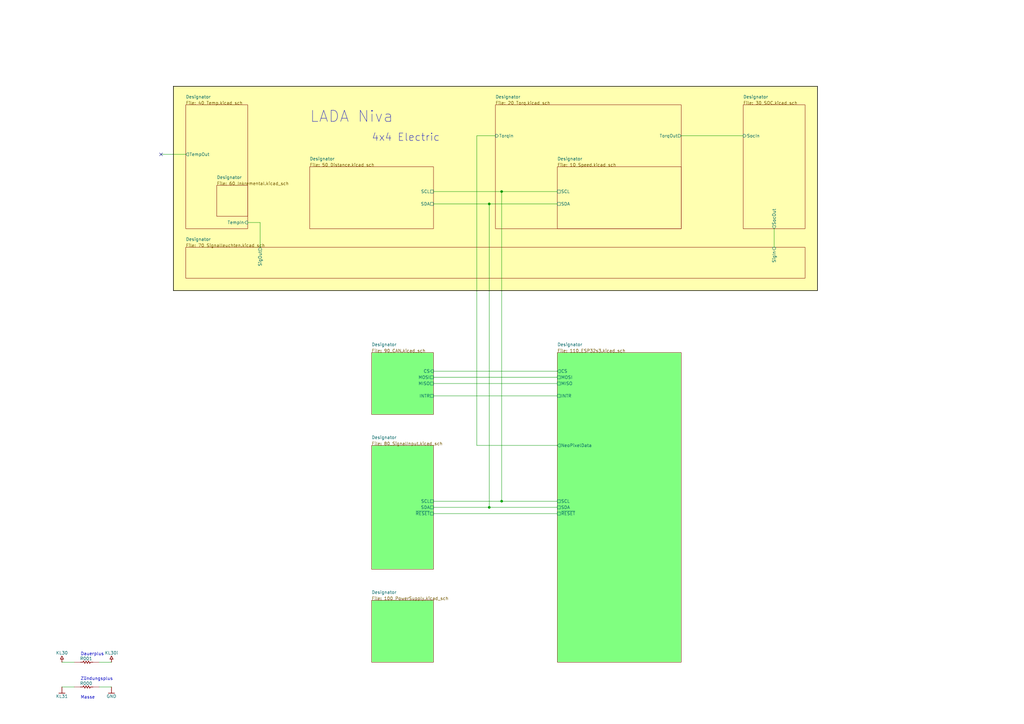
<source format=kicad_sch>
(kicad_sch (version 20231120) (generator "eeschema") (generator_version "8.0")
  (paper "A3")
  (lib_symbols
    (symbol "Lada_Speedometer-altium-import:GND_BAR" (power)
      (property "Reference" "#PWR" (at 0 0 0))
      (property "Value" "GND" (at 0 3.81 0))
      (symbol "GND_BAR_0_0"
        (polyline (pts (xy -1.27 -2.54) (xy 1.27 -2.54)) (stroke (width 0.254)))
        (polyline (pts (xy 0 0) (xy 0 -2.54)) (stroke (width 0.254)))
        (pin power_in line (at 0 0 0) (length 0) hide (name "GND") (number ""))
      )
    )
    (symbol "Lada_Speedometer-altium-import:KL30_ARROW" (power)
      (property "Reference" "#PWR" (at 0 0 0))
      (property "Value" "KL30" (at 0 3.81 0))
      (symbol "KL30_ARROW_0_0"
        (polyline (pts (xy 0 0) (xy 0 -1.27)) (stroke (width 0.254)))
        (polyline (pts (xy -0.635 -1.27) (xy 0.635 -1.27) (xy 0 -2.54) (xy -0.635 -1.27)) (stroke (width 0.254)))
        (pin power_in line (at 0 0 0) (length 0) hide (name "KL30") (number ""))
      )
    )
    (symbol "Lada_Speedometer-altium-import:KL30i_ARROW" (power)
      (property "Reference" "#PWR" (at 0 0 0))
      (property "Value" "KL30i" (at 0 3.81 0))
      (symbol "KL30i_ARROW_0_0"
        (polyline (pts (xy 0 0) (xy 0 -1.27)) (stroke (width 0.254)))
        (polyline (pts (xy -0.635 -1.27) (xy 0.635 -1.27) (xy 0 -2.54) (xy -0.635 -1.27)) (stroke (width 0.254)))
        (pin power_in line (at 0 0 0) (length 0) hide (name "KL30i") (number ""))
      )
    )
    (symbol "Lada_Speedometer-altium-import:KL31_BAR" (power)
      (property "Reference" "#PWR" (at 0 0 0))
      (property "Value" "KL31" (at 0 3.81 0))
      (symbol "KL31_BAR_0_0"
        (polyline (pts (xy -1.27 -2.54) (xy 1.27 -2.54)) (stroke (width 0.254)))
        (polyline (pts (xy 0 0) (xy 0 -2.54)) (stroke (width 0.254)))
        (pin power_in line (at 0 0 0) (length 0) hide (name "KL31") (number ""))
      )
    )
    (symbol "Lada_Speedometer-altium-import:root_0_RES-2"
      (symbol "root_0_RES-2_1_0"
        (polyline (pts (xy 5.08 0) (xy 4.064 0) (xy 3.81 -0.508) (xy 3.302 0.508) (xy 2.794 -0.508) (xy 2.286 0.508) (xy 1.778 -0.508) (xy 1.27 0.508) (xy 1.016 0) (xy 0 0)) (stroke (width 0.254)))
        (pin passive line (at -2.54 0 0) (length 2.54) (name "1") (number "1"))
        (pin passive line (at 7.62 0 180) (length 2.54) (name "2") (number "2"))
      )
    )
  )
  (junction (at 205.74 205.5622))
  (junction (at 200.66 208.1022))
  (junction (at 200.66 83.6422))
  (junction (at 205.74 78.5622))
  (no_connect (at 66.04 63.3222))
  (wire (pts (xy 279.4 55.7022) (xy 304.8 55.7022)))
  (wire (pts (xy 101.6 91.2622) (xy 106.68 91.2622)))
  (wire (pts (xy 200.66 83.6422) (xy 200.66 208.1022)))
  (wire (pts (xy 25.4 271.6022) (xy 30.48 271.6022)))
  (wire (pts (xy 177.8 205.5622) (xy 205.74 205.5622)))
  (wire (pts (xy 195.58 55.7022) (xy 203.2 55.7022)))
  (wire (pts (xy 205.74 78.5622) (xy 228.6 78.5622)))
  (wire (pts (xy 205.74 205.5622) (xy 205.74 78.5622)))
  (wire (pts (xy 177.8 83.6422) (xy 200.66 83.6422)))
  (wire (pts (xy 200.66 208.1022) (xy 228.6 208.1022)))
  (wire (pts (xy 177.8 208.1022) (xy 200.66 208.1022)))
  (wire (pts (xy 106.68 91.2622) (xy 106.68 101.4222)))
  (wire (pts (xy 317.5 93.8022) (xy 317.5 101.4222)))
  (wire (pts (xy 40.64 271.6022) (xy 45.72 271.6022)))
  (wire (pts (xy 25.4 281.7622) (xy 30.48 281.7622)))
  (wire (pts (xy 200.66 83.6422) (xy 228.6 83.6422)))
  (wire (pts (xy 177.8 152.2222) (xy 228.6 152.2222)))
  (wire (pts (xy 177.8 154.7622) (xy 228.6 154.7622)))
  (wire (pts (xy 228.6 210.6422) (xy 177.8 210.6422)))
  (wire (pts (xy 205.74 205.5622) (xy 228.6 205.5622)))
  (wire (pts (xy 177.8 162.3822) (xy 228.6 162.3822)))
  (wire (pts (xy 177.8 78.5622) (xy 205.74 78.5622)))
  (wire (pts (xy 40.64 281.7622) (xy 45.72 281.7622)))
  (wire (pts (xy 228.6 182.7022) (xy 195.58 182.7022)))
  (wire (pts (xy 76.2 63.3222) (xy 66.04 63.3222)))
  (wire (pts (xy 195.58 182.7022) (xy 195.58 55.7022)))
  (wire (pts (xy 228.6 157.3022) (xy 177.8 157.3022)))
  (rectangle (start 335.28 35.3822) (end 71.12 119.2022) (stroke (width 0.254) (color 0 0 0 1)) (fill (type color) (color 255 255 176 1)))
  (text "4x4 Electric" (at 152.4 58.2422 0) (effects (font (size 3.048 3.048)) (justify left bottom)))
  (text "Zündungsplus" (at 33.02 279.2222 0) (effects (font (size 1.27 1.27)) (justify left bottom)))
  (text "Masse" (at 33.02 286.8422 0) (effects (font (size 1.27 1.27)) (justify left bottom)))
  (text "LADA Niva" (at 127 50.6222 0) (effects (font (size 4.572 4.572)) (justify left bottom)))
  (text "Dauerplus" (at 33.02 269.0622 0) (effects (font (size 1.27 1.27)) (justify left bottom)))
  (symbol (lib_id "Lada_Speedometer-altium-import:KL31_BAR") (at 25.4 281.7622 0) (unit 1)
    (property "Reference" "#PWR?" (effects (hide yes)))
    (property "Value" "KL31" (at 25.4 285.5722 0))
  )
  (symbol (lib_id "Lada_Speedometer-altium-import:KL30i_ARROW") (at 45.72 271.6022 180) (unit 1)
    (property "Reference" "#PWR?" (effects (hide yes)))
    (property "Value" "KL30i" (at 45.72 267.7922 0))
  )
  (symbol (lib_id "Lada_Speedometer-altium-import:root_0_RES-2") (at 33.02 271.6022 0) (unit 1)
    (property "Reference" "R001" (at 32.766 270.8402 0) (effects (justify left bottom)))
    (property "Value" "RC0603JR-070RL" (effects (hide yes)))
    (property "Footprint" "RESC1608X55X25ML10T15" (effects (hide yes)))
    (property "Description" "Chip Resistor, 0 Ohm, +/- 5%, 0.1 W, -55 to 155 degC, 0603 (1608 Metric), RoHS, Tape and Reel" (effects (hide yes)))
    (property "TEMPERATURE COEFFICIENT" "200ppm/degreesC" (effects (hide yes)))
    (property "WIDTH" "0.8mm" (effects (hide yes)))
    (property "MAX OPERATING TEMPERATURE" "155degC" (effects (hide yes)))
    (property "TOLERANCE" "5%" (effects (hide yes)))
    (property "PACKAGE REFERENCE" "0603" (effects (hide yes)))
    (property "HEIGHT" "0.45mm" (effects (hide yes)))
    (property "DEPTH" "0.8mm" (effects (hide yes)))
    (property "PACKAGE DESCRIPTION" "2-Pin Surface Mount Device, Body 1.6 x 0.8 mm" (effects (hide yes)))
    (property "VOLTAGE RATING" "50V" (effects (hide yes)))
    (property "TERMINATION" "SMD/SMT" (effects (hide yes)))
    (property "PACKAGE QUANTITY" "5000" (effects (hide yes)))
    (property "CASE/PACKAGE" "0603" (effects (hide yes)))
    (property "CASE CODE (IMPERIAL)" "0603" (effects (hide yes)))
    (property "RADIATION HARDENING" "No" (effects (hide yes)))
    (property "NUMBER OF PINS" "2" (effects (hide yes)))
    (property "LENGTH" "1.6mm" (effects (hide yes)))
    (property "LEAD FREE" "LeadFree" (effects (hide yes)))
    (property "VOLTAGE RATING (DC)" "50V" (effects (hide yes)))
    (property "MILITARY STANDARD" "Not" (effects (hide yes)))
    (property "POWER RATING" "100mW" (effects (hide yes)))
    (property "DATASHEET URL" "http://www.yageo.com/NewPortal/yageodocoutput?fileName=/pdf/R-Chip/PYu-RC_Group_51_RoHS_L_5.pdf" (effects (hide yes)))
    (property "RESISTANCE" "0mOhm" (effects (hide yes)))
    (property "MANUFACTURER URL" "http://www.yageo.com/" (effects (hide yes)))
    (property "PACKAGING" "TapeandReel" (effects (hide yes)))
    (property "CASE CODE (METRIC)" "1608" (effects (hide yes)))
    (property "MIN OPERATING TEMPERATURE" "-55degC" (effects (hide yes)))
    (property "COMPOSITION" "ThickFilm" (effects (hide yes)))
    (property "MANUFACTURER" "Yageo" (effects (hide yes)))
    (property "ROHSCOMPLIANT" "true" (effects (hide yes)))
    (property "CONTACT PLATING" "Tin" (effects (hide yes)))
    (property "DATASHEET VERSION" "Rev. 5, 10/2016" (effects (hide yes)))
    (property "REACH SVHC" "NoSVHC" (effects (hide yes)))
  )
  (symbol (lib_id "Lada_Speedometer-altium-import:KL30_ARROW") (at 25.4 271.6022 180) (unit 1)
    (property "Reference" "#PWR?" (effects (hide yes)))
    (property "Value" "KL30" (at 25.4 267.7922 0))
  )
  (symbol (lib_id "Lada_Speedometer-altium-import:root_0_RES-2") (at 33.02 281.7622 0) (unit 1)
    (property "Reference" "R000" (at 32.766 281.0002 0) (effects (justify left bottom)))
    (property "Value" "RC0603JR-070RL" (effects (hide yes)))
    (property "Footprint" "RESC1608X55X25ML10T15" (effects (hide yes)))
    (property "Description" "Chip Resistor, 0 Ohm, +/- 5%, 0.1 W, -55 to 155 degC, 0603 (1608 Metric), RoHS, Tape and Reel" (effects (hide yes)))
    (property "TEMPERATURE COEFFICIENT" "200ppm/degreesC" (effects (hide yes)))
    (property "WIDTH" "0.8mm" (effects (hide yes)))
    (property "MAX OPERATING TEMPERATURE" "155degC" (effects (hide yes)))
    (property "TOLERANCE" "5%" (effects (hide yes)))
    (property "PACKAGE REFERENCE" "0603" (effects (hide yes)))
    (property "HEIGHT" "0.45mm" (effects (hide yes)))
    (property "DEPTH" "0.8mm" (effects (hide yes)))
    (property "PACKAGE DESCRIPTION" "2-Pin Surface Mount Device, Body 1.6 x 0.8 mm" (effects (hide yes)))
    (property "VOLTAGE RATING" "50V" (effects (hide yes)))
    (property "TERMINATION" "SMD/SMT" (effects (hide yes)))
    (property "PACKAGE QUANTITY" "5000" (effects (hide yes)))
    (property "CASE/PACKAGE" "0603" (effects (hide yes)))
    (property "CASE CODE (IMPERIAL)" "0603" (effects (hide yes)))
    (property "RADIATION HARDENING" "No" (effects (hide yes)))
    (property "NUMBER OF PINS" "2" (effects (hide yes)))
    (property "LENGTH" "1.6mm" (effects (hide yes)))
    (property "LEAD FREE" "LeadFree" (effects (hide yes)))
    (property "VOLTAGE RATING (DC)" "50V" (effects (hide yes)))
    (property "MILITARY STANDARD" "Not" (effects (hide yes)))
    (property "POWER RATING" "100mW" (effects (hide yes)))
    (property "DATASHEET URL" "http://www.yageo.com/NewPortal/yageodocoutput?fileName=/pdf/R-Chip/PYu-RC_Group_51_RoHS_L_5.pdf" (effects (hide yes)))
    (property "RESISTANCE" "0mOhm" (effects (hide yes)))
    (property "MANUFACTURER URL" "http://www.yageo.com/" (effects (hide yes)))
    (property "PACKAGING" "TapeandReel" (effects (hide yes)))
    (property "CASE CODE (METRIC)" "1608" (effects (hide yes)))
    (property "MIN OPERATING TEMPERATURE" "-55degC" (effects (hide yes)))
    (property "COMPOSITION" "ThickFilm" (effects (hide yes)))
    (property "MANUFACTURER" "Yageo" (effects (hide yes)))
    (property "ROHSCOMPLIANT" "true" (effects (hide yes)))
    (property "CONTACT PLATING" "Tin" (effects (hide yes)))
    (property "DATASHEET VERSION" "Rev. 5, 10/2016" (effects (hide yes)))
    (property "REACH SVHC" "NoSVHC" (effects (hide yes)))
  )
  (symbol (lib_id "Lada_Speedometer-altium-import:GND_BAR") (at 45.72 281.7622 0) (unit 1)
    (property "Reference" "#PWR?" (effects (hide yes)))
    (property "Value" "GND" (at 45.72 285.5722 0))
  )
  (sheet (at 127 68.4022) (size 50.8 25.4) (stroke (width 0) (color 128 0 0 1)) (fill (color 128 255 128 1.0000))
    (property "Sheetname" "Designator" (at 127 65.8622 0) (effects (justify left bottom)))
    (property "Sheetfile" "50_Distance.kicad_sch" (at 127 68.4022 0) (effects (justify left bottom)))
    (pin "SCL" passive (at 177.8 78.5622 0))
    (pin "SDA" passive (at 177.8 83.6422 0))
  )
  (sheet (at 88.9 76.0222) (size 12.7 12.7) (stroke (width 0) (color 128 0 0 1)) (fill (color 128 255 128 1.0000))
    (property "Sheetname" "Designator" (at 88.9 73.4822 0) (effects (justify left bottom)))
    (property "Sheetfile" "60_Inkremental.kicad_sch" (at 88.9 76.0222 0) (effects (justify left bottom)))
  )
  (sheet (at 203.2 43.0022) (size 76.2 50.8) (stroke (width 0) (color 128 0 0 1)) (fill (color 128 255 128 1.0000))
    (property "Sheetname" "Designator" (at 203.2 40.4622 0) (effects (justify left bottom)))
    (property "Sheetfile" "20_Torq.kicad_sch" (at 203.2 43.0022 0) (effects (justify left bottom)))
    (pin "TorqIn" input (at 203.2 55.7022 180))
    (pin "TorqOut" output (at 279.4 55.7022 0))
  )
  (sheet (at 304.8 43.0022) (size 25.4 50.8) (stroke (width 0) (color 128 0 0 1)) (fill (color 128 255 128 1.0000))
    (property "Sheetname" "Designator" (at 304.8 40.4622 0) (effects (justify left bottom)))
    (property "Sheetfile" "30_SOC.kicad_sch" (at 304.8 43.0022 0) (effects (justify left bottom)))
    (pin "SocIn" input (at 304.8 55.7022 180))
    (pin "SocOut" output (at 317.5 93.8022 270))
  )
  (sheet (at 76.2 43.0022) (size 25.4 50.8) (stroke (width 0) (color 128 0 0 1)) (fill (color 128 255 128 1.0000))
    (property "Sheetname" "Designator" (at 76.2 40.4622 0) (effects (justify left bottom)))
    (property "Sheetfile" "40_Temp.kicad_sch" (at 76.2 43.0022 0) (effects (justify left bottom)))
    (pin "TempOut" output (at 76.2 63.3222 180))
    (pin "TempIn" input (at 101.6 91.2622 0))
  )
  (sheet (at 228.6 144.6022) (size 50.8 127) (stroke (width 0) (color 128 0 0 1)) (fill (color 128 255 128 1.0000))
    (property "Sheetname" "Designator" (at 228.6 142.0622 0) (effects (justify left bottom)))
    (property "Sheetfile" "110_ESP32s3.kicad_sch" (at 228.6 144.6022 0) (effects (justify left bottom)))
    (pin "CS" output (at 228.6 152.2222 180))
    (pin "INTR" passive (at 228.6 162.3822 180))
    (pin "MOSI" passive (at 228.6 154.7622 180))
    (pin "MISO" passive (at 228.6 157.3022 180))
    (pin "SCL" passive (at 228.6 205.5622 180))
    (pin "SDA" passive (at 228.6 208.1022 180))
    (pin "~{RESET}" passive (at 228.6 210.6422 180))
    (pin "NeoPixelData" output (at 228.6 182.7022 180))
  )
  (sheet (at 152.4 144.6022) (size 25.4 25.4) (stroke (width 0) (color 128 0 0 1)) (fill (color 128 255 128 1.0000))
    (property "Sheetname" "Designator" (at 152.4 142.0622 0) (effects (justify left bottom)))
    (property "Sheetfile" "90_CAN.kicad_sch" (at 152.4 144.6022 0) (effects (justify left bottom)))
    (pin "CS" input (at 177.8 152.2222 0))
    (pin "INTR" passive (at 177.8 162.3822 0))
    (pin "MOSI" passive (at 177.8 154.7622 0))
    (pin "MISO" passive (at 177.8 157.3022 0))
  )
  (sheet (at 228.6 68.4022) (size 50.8 25.4) (stroke (width 0) (color 128 0 0 1)) (fill (color 128 255 128 1.0000))
    (property "Sheetname" "Designator" (at 228.6 65.8622 0) (effects (justify left bottom)))
    (property "Sheetfile" "10_Speed.kicad_sch" (at 228.6 68.4022 0) (effects (justify left bottom)))
    (pin "SCL" passive (at 228.6 78.5622 180))
    (pin "SDA" passive (at 228.6 83.6422 180))
  )
  (sheet (at 76.2 101.4222) (size 254 12.7) (stroke (width 0) (color 128 0 0 1)) (fill (color 128 255 128 1.0000))
    (property "Sheetname" "Designator" (at 76.2 98.8822 0) (effects (justify left bottom)))
    (property "Sheetfile" "70_Signalleuchten.kicad_sch" (at 76.2 101.4222 0) (effects (justify left bottom)))
    (pin "SigIn" input (at 317.5 101.4222 90))
    (pin "SigOut" output (at 106.68 101.4222 90))
  )
  (sheet (at 152.4 182.7022) (size 25.4 50.8) (stroke (width 0) (color 128 0 0 1)) (fill (color 128 255 128 1.0000))
    (property "Sheetname" "Designator" (at 152.4 180.1622 0) (effects (justify left bottom)))
    (property "Sheetfile" "80_SignalInput.kicad_sch" (at 152.4 182.7022 0) (effects (justify left bottom)))
    (pin "SCL" passive (at 177.8 205.5622 0))
    (pin "SDA" passive (at 177.8 208.1022 0))
    (pin "~{RESET}" passive (at 177.8 210.6422 0))
  )
  (sheet (at 152.4 246.2022) (size 25.4 25.4) (stroke (width 0) (color 128 0 0 1)) (fill (color 128 255 128 1.0000))
    (property "Sheetname" "Designator" (at 152.4 243.6622 0) (effects (justify left bottom)))
    (property "Sheetfile" "100_PowerSupply.kicad_sch" (at 152.4 246.2022 0) (effects (justify left bottom)))
  )
)
</source>
